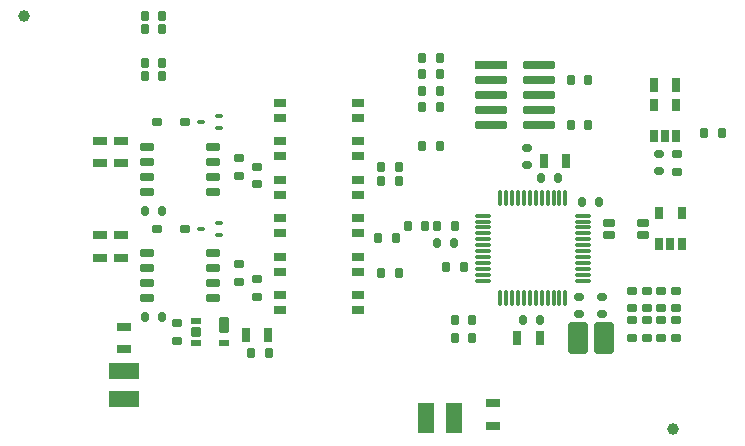
<source format=gtp>
G04*
G04 #@! TF.GenerationSoftware,Altium Limited,Altium Designer,22.3.1 (43)*
G04*
G04 Layer_Color=8421504*
%FSLAX25Y25*%
%MOIN*%
G70*
G04*
G04 #@! TF.SameCoordinates,38A5807E-C0B9-4130-B18F-62B70C513CF8*
G04*
G04*
G04 #@! TF.FilePolarity,Positive*
G04*
G01*
G75*
G04:AMPARAMS|DCode=10|XSize=31.5mil|YSize=25.59mil|CornerRadius=6.4mil|HoleSize=0mil|Usage=FLASHONLY|Rotation=180.000|XOffset=0mil|YOffset=0mil|HoleType=Round|Shape=RoundedRectangle|*
%AMROUNDEDRECTD10*
21,1,0.03150,0.01280,0,0,180.0*
21,1,0.01870,0.02559,0,0,180.0*
1,1,0.01280,-0.00935,0.00640*
1,1,0.01280,0.00935,0.00640*
1,1,0.01280,0.00935,-0.00640*
1,1,0.01280,-0.00935,-0.00640*
%
%ADD10ROUNDEDRECTD10*%
G04:AMPARAMS|DCode=11|XSize=11.81mil|YSize=51.18mil|CornerRadius=1.77mil|HoleSize=0mil|Usage=FLASHONLY|Rotation=90.000|XOffset=0mil|YOffset=0mil|HoleType=Round|Shape=RoundedRectangle|*
%AMROUNDEDRECTD11*
21,1,0.01181,0.04764,0,0,90.0*
21,1,0.00827,0.05118,0,0,90.0*
1,1,0.00354,0.02382,0.00413*
1,1,0.00354,0.02382,-0.00413*
1,1,0.00354,-0.02382,-0.00413*
1,1,0.00354,-0.02382,0.00413*
%
%ADD11ROUNDEDRECTD11*%
G04:AMPARAMS|DCode=12|XSize=11.81mil|YSize=51.18mil|CornerRadius=1.77mil|HoleSize=0mil|Usage=FLASHONLY|Rotation=0.000|XOffset=0mil|YOffset=0mil|HoleType=Round|Shape=RoundedRectangle|*
%AMROUNDEDRECTD12*
21,1,0.01181,0.04764,0,0,0.0*
21,1,0.00827,0.05118,0,0,0.0*
1,1,0.00354,0.00413,-0.02382*
1,1,0.00354,-0.00413,-0.02382*
1,1,0.00354,-0.00413,0.02382*
1,1,0.00354,0.00413,0.02382*
%
%ADD12ROUNDEDRECTD12*%
G04:AMPARAMS|DCode=13|XSize=33.47mil|YSize=23.62mil|CornerRadius=2.36mil|HoleSize=0mil|Usage=FLASHONLY|Rotation=0.000|XOffset=0mil|YOffset=0mil|HoleType=Round|Shape=RoundedRectangle|*
%AMROUNDEDRECTD13*
21,1,0.03347,0.01890,0,0,0.0*
21,1,0.02874,0.02362,0,0,0.0*
1,1,0.00472,0.01437,-0.00945*
1,1,0.00472,-0.01437,-0.00945*
1,1,0.00472,-0.01437,0.00945*
1,1,0.00472,0.01437,0.00945*
%
%ADD13ROUNDEDRECTD13*%
G04:AMPARAMS|DCode=14|XSize=27.56mil|YSize=43.31mil|CornerRadius=4.13mil|HoleSize=0mil|Usage=FLASHONLY|Rotation=270.000|XOffset=0mil|YOffset=0mil|HoleType=Round|Shape=RoundedRectangle|*
%AMROUNDEDRECTD14*
21,1,0.02756,0.03504,0,0,270.0*
21,1,0.01929,0.04331,0,0,270.0*
1,1,0.00827,-0.01752,-0.00965*
1,1,0.00827,-0.01752,0.00965*
1,1,0.00827,0.01752,0.00965*
1,1,0.00827,0.01752,-0.00965*
%
%ADD14ROUNDEDRECTD14*%
G04:AMPARAMS|DCode=15|XSize=33.47mil|YSize=23.62mil|CornerRadius=2.36mil|HoleSize=0mil|Usage=FLASHONLY|Rotation=270.000|XOffset=0mil|YOffset=0mil|HoleType=Round|Shape=RoundedRectangle|*
%AMROUNDEDRECTD15*
21,1,0.03347,0.01890,0,0,270.0*
21,1,0.02874,0.02362,0,0,270.0*
1,1,0.00472,-0.00945,-0.01437*
1,1,0.00472,-0.00945,0.01437*
1,1,0.00472,0.00945,0.01437*
1,1,0.00472,0.00945,-0.01437*
%
%ADD15ROUNDEDRECTD15*%
G04:AMPARAMS|DCode=16|XSize=106.3mil|YSize=66.93mil|CornerRadius=6.69mil|HoleSize=0mil|Usage=FLASHONLY|Rotation=270.000|XOffset=0mil|YOffset=0mil|HoleType=Round|Shape=RoundedRectangle|*
%AMROUNDEDRECTD16*
21,1,0.10630,0.05354,0,0,270.0*
21,1,0.09291,0.06693,0,0,270.0*
1,1,0.01339,-0.02677,-0.04646*
1,1,0.01339,-0.02677,0.04646*
1,1,0.01339,0.02677,0.04646*
1,1,0.01339,0.02677,-0.04646*
%
%ADD16ROUNDEDRECTD16*%
G04:AMPARAMS|DCode=17|XSize=23.62mil|YSize=31.5mil|CornerRadius=3.54mil|HoleSize=0mil|Usage=FLASHONLY|Rotation=90.000|XOffset=0mil|YOffset=0mil|HoleType=Round|Shape=RoundedRectangle|*
%AMROUNDEDRECTD17*
21,1,0.02362,0.02441,0,0,90.0*
21,1,0.01654,0.03150,0,0,90.0*
1,1,0.00709,0.01221,0.00827*
1,1,0.00709,0.01221,-0.00827*
1,1,0.00709,-0.01221,-0.00827*
1,1,0.00709,-0.01221,0.00827*
%
%ADD17ROUNDEDRECTD17*%
G04:AMPARAMS|DCode=18|XSize=23.62mil|YSize=47.24mil|CornerRadius=3.54mil|HoleSize=0mil|Usage=FLASHONLY|Rotation=270.000|XOffset=0mil|YOffset=0mil|HoleType=Round|Shape=RoundedRectangle|*
%AMROUNDEDRECTD18*
21,1,0.02362,0.04016,0,0,270.0*
21,1,0.01654,0.04724,0,0,270.0*
1,1,0.00709,-0.02008,-0.00827*
1,1,0.00709,-0.02008,0.00827*
1,1,0.00709,0.02008,0.00827*
1,1,0.00709,0.02008,-0.00827*
%
%ADD18ROUNDEDRECTD18*%
G04:AMPARAMS|DCode=19|XSize=55.12mil|YSize=35.43mil|CornerRadius=5.32mil|HoleSize=0mil|Usage=FLASHONLY|Rotation=90.000|XOffset=0mil|YOffset=0mil|HoleType=Round|Shape=RoundedRectangle|*
%AMROUNDEDRECTD19*
21,1,0.05512,0.02480,0,0,90.0*
21,1,0.04449,0.03543,0,0,90.0*
1,1,0.01063,0.01240,0.02224*
1,1,0.01063,0.01240,-0.02224*
1,1,0.01063,-0.01240,-0.02224*
1,1,0.01063,-0.01240,0.02224*
%
%ADD19ROUNDEDRECTD19*%
G04:AMPARAMS|DCode=20|XSize=19.68mil|YSize=35.43mil|CornerRadius=2.95mil|HoleSize=0mil|Usage=FLASHONLY|Rotation=90.000|XOffset=0mil|YOffset=0mil|HoleType=Round|Shape=RoundedRectangle|*
%AMROUNDEDRECTD20*
21,1,0.01968,0.02953,0,0,90.0*
21,1,0.01378,0.03543,0,0,90.0*
1,1,0.00591,0.01476,0.00689*
1,1,0.00591,0.01476,-0.00689*
1,1,0.00591,-0.01476,-0.00689*
1,1,0.00591,-0.01476,0.00689*
%
%ADD20ROUNDEDRECTD20*%
G04:AMPARAMS|DCode=21|XSize=31.5mil|YSize=35.43mil|CornerRadius=4.72mil|HoleSize=0mil|Usage=FLASHONLY|Rotation=90.000|XOffset=0mil|YOffset=0mil|HoleType=Round|Shape=RoundedRectangle|*
%AMROUNDEDRECTD21*
21,1,0.03150,0.02598,0,0,90.0*
21,1,0.02205,0.03543,0,0,90.0*
1,1,0.00945,0.01299,0.01102*
1,1,0.00945,0.01299,-0.01102*
1,1,0.00945,-0.01299,-0.01102*
1,1,0.00945,-0.01299,0.01102*
%
%ADD21ROUNDEDRECTD21*%
G04:AMPARAMS|DCode=22|XSize=49.21mil|YSize=27.56mil|CornerRadius=2.76mil|HoleSize=0mil|Usage=FLASHONLY|Rotation=270.000|XOffset=0mil|YOffset=0mil|HoleType=Round|Shape=RoundedRectangle|*
%AMROUNDEDRECTD22*
21,1,0.04921,0.02205,0,0,270.0*
21,1,0.04370,0.02756,0,0,270.0*
1,1,0.00551,-0.01102,-0.02185*
1,1,0.00551,-0.01102,0.02185*
1,1,0.00551,0.01102,0.02185*
1,1,0.00551,0.01102,-0.02185*
%
%ADD22ROUNDEDRECTD22*%
G04:AMPARAMS|DCode=23|XSize=13.78mil|YSize=23.62mil|CornerRadius=2.07mil|HoleSize=0mil|Usage=FLASHONLY|Rotation=270.000|XOffset=0mil|YOffset=0mil|HoleType=Round|Shape=RoundedRectangle|*
%AMROUNDEDRECTD23*
21,1,0.01378,0.01949,0,0,270.0*
21,1,0.00965,0.02362,0,0,270.0*
1,1,0.00413,-0.00974,-0.00482*
1,1,0.00413,-0.00974,0.00482*
1,1,0.00413,0.00974,0.00482*
1,1,0.00413,0.00974,-0.00482*
%
%ADD23ROUNDEDRECTD23*%
G04:AMPARAMS|DCode=24|XSize=49.21mil|YSize=27.56mil|CornerRadius=2.76mil|HoleSize=0mil|Usage=FLASHONLY|Rotation=0.000|XOffset=0mil|YOffset=0mil|HoleType=Round|Shape=RoundedRectangle|*
%AMROUNDEDRECTD24*
21,1,0.04921,0.02205,0,0,0.0*
21,1,0.04370,0.02756,0,0,0.0*
1,1,0.00551,0.02185,-0.01102*
1,1,0.00551,-0.02185,-0.01102*
1,1,0.00551,-0.02185,0.01102*
1,1,0.00551,0.02185,0.01102*
%
%ADD24ROUNDEDRECTD24*%
G04:AMPARAMS|DCode=25|XSize=31.5mil|YSize=25.59mil|CornerRadius=6.4mil|HoleSize=0mil|Usage=FLASHONLY|Rotation=270.000|XOffset=0mil|YOffset=0mil|HoleType=Round|Shape=RoundedRectangle|*
%AMROUNDEDRECTD25*
21,1,0.03150,0.01280,0,0,270.0*
21,1,0.01870,0.02559,0,0,270.0*
1,1,0.01280,-0.00640,-0.00935*
1,1,0.01280,-0.00640,0.00935*
1,1,0.01280,0.00640,0.00935*
1,1,0.01280,0.00640,-0.00935*
%
%ADD25ROUNDEDRECTD25*%
%ADD26R,0.00787X0.00787*%
%ADD27C,0.03937*%
G04:AMPARAMS|DCode=28|XSize=23.62mil|YSize=43.31mil|CornerRadius=2.36mil|HoleSize=0mil|Usage=FLASHONLY|Rotation=180.000|XOffset=0mil|YOffset=0mil|HoleType=Round|Shape=RoundedRectangle|*
%AMROUNDEDRECTD28*
21,1,0.02362,0.03858,0,0,180.0*
21,1,0.01890,0.04331,0,0,180.0*
1,1,0.00472,-0.00945,0.01929*
1,1,0.00472,0.00945,0.01929*
1,1,0.00472,0.00945,-0.01929*
1,1,0.00472,-0.00945,-0.01929*
%
%ADD28ROUNDEDRECTD28*%
G04:AMPARAMS|DCode=29|XSize=43.31mil|YSize=23.62mil|CornerRadius=3.54mil|HoleSize=0mil|Usage=FLASHONLY|Rotation=180.000|XOffset=0mil|YOffset=0mil|HoleType=Round|Shape=RoundedRectangle|*
%AMROUNDEDRECTD29*
21,1,0.04331,0.01654,0,0,180.0*
21,1,0.03622,0.02362,0,0,180.0*
1,1,0.00709,-0.01811,0.00827*
1,1,0.00709,0.01811,0.00827*
1,1,0.00709,0.01811,-0.00827*
1,1,0.00709,-0.01811,-0.00827*
%
%ADD29ROUNDEDRECTD29*%
G04:AMPARAMS|DCode=30|XSize=55.12mil|YSize=102.36mil|CornerRadius=8.27mil|HoleSize=0mil|Usage=FLASHONLY|Rotation=180.000|XOffset=0mil|YOffset=0mil|HoleType=Round|Shape=RoundedRectangle|*
%AMROUNDEDRECTD30*
21,1,0.05512,0.08583,0,0,180.0*
21,1,0.03858,0.10236,0,0,180.0*
1,1,0.01654,-0.01929,0.04291*
1,1,0.01654,0.01929,0.04291*
1,1,0.01654,0.01929,-0.04291*
1,1,0.01654,-0.01929,-0.04291*
%
%ADD30ROUNDEDRECTD30*%
G04:AMPARAMS|DCode=31|XSize=55.12mil|YSize=102.36mil|CornerRadius=8.27mil|HoleSize=0mil|Usage=FLASHONLY|Rotation=90.000|XOffset=0mil|YOffset=0mil|HoleType=Round|Shape=RoundedRectangle|*
%AMROUNDEDRECTD31*
21,1,0.05512,0.08583,0,0,90.0*
21,1,0.03858,0.10236,0,0,90.0*
1,1,0.01654,0.04291,0.01929*
1,1,0.01654,0.04291,-0.01929*
1,1,0.01654,-0.04291,-0.01929*
1,1,0.01654,-0.04291,0.01929*
%
%ADD31ROUNDEDRECTD31*%
%ADD32R,0.10630X0.02756*%
G04:AMPARAMS|DCode=33|XSize=27.56mil|YSize=106.3mil|CornerRadius=4.13mil|HoleSize=0mil|Usage=FLASHONLY|Rotation=270.000|XOffset=0mil|YOffset=0mil|HoleType=Round|Shape=RoundedRectangle|*
%AMROUNDEDRECTD33*
21,1,0.02756,0.09803,0,0,270.0*
21,1,0.01929,0.10630,0,0,270.0*
1,1,0.00827,-0.04902,-0.00965*
1,1,0.00827,-0.04902,0.00965*
1,1,0.00827,0.04902,0.00965*
1,1,0.00827,0.04902,-0.00965*
%
%ADD33ROUNDEDRECTD33*%
D10*
X208661Y46358D02*
D03*
Y52067D02*
D03*
X200787Y46358D02*
D03*
Y52067D02*
D03*
X183496Y95957D02*
D03*
Y101665D02*
D03*
X227496Y93957D02*
D03*
Y99665D02*
D03*
D11*
X168764Y79138D02*
D03*
Y77169D02*
D03*
Y75201D02*
D03*
Y73232D02*
D03*
Y71264D02*
D03*
Y69295D02*
D03*
Y67327D02*
D03*
Y65358D02*
D03*
Y63390D02*
D03*
Y61421D02*
D03*
Y59453D02*
D03*
Y57484D02*
D03*
X202228D02*
D03*
Y59453D02*
D03*
Y61421D02*
D03*
Y63390D02*
D03*
Y65358D02*
D03*
Y67327D02*
D03*
Y69295D02*
D03*
Y71264D02*
D03*
Y73232D02*
D03*
Y75201D02*
D03*
Y77169D02*
D03*
Y79138D02*
D03*
D12*
X174669Y51579D02*
D03*
X176638D02*
D03*
X178606D02*
D03*
X180575D02*
D03*
X182543D02*
D03*
X184512D02*
D03*
X186480D02*
D03*
X188449D02*
D03*
X190417D02*
D03*
X192386D02*
D03*
X194354D02*
D03*
X196323D02*
D03*
Y85043D02*
D03*
X194354D02*
D03*
X192386D02*
D03*
X190417D02*
D03*
X188449D02*
D03*
X186480D02*
D03*
X184512D02*
D03*
X182543D02*
D03*
X180575D02*
D03*
X178606D02*
D03*
X176638D02*
D03*
X174669D02*
D03*
D13*
X87598Y62992D02*
D03*
Y57087D02*
D03*
X93504Y52165D02*
D03*
Y58071D02*
D03*
Y95473D02*
D03*
Y89567D02*
D03*
X66929Y43307D02*
D03*
Y37402D02*
D03*
X87598Y92520D02*
D03*
Y98425D02*
D03*
X218504Y44291D02*
D03*
Y38386D02*
D03*
X223425D02*
D03*
Y44291D02*
D03*
X228346D02*
D03*
Y38386D02*
D03*
X233268D02*
D03*
Y44291D02*
D03*
Y54134D02*
D03*
Y48228D02*
D03*
X228346Y54134D02*
D03*
Y48228D02*
D03*
X223425Y54134D02*
D03*
Y48228D02*
D03*
X218504Y54134D02*
D03*
Y48228D02*
D03*
X233496Y99764D02*
D03*
Y93858D02*
D03*
D14*
X127165Y60492D02*
D03*
Y65492D02*
D03*
X101181Y60492D02*
D03*
Y65492D02*
D03*
Y52697D02*
D03*
Y47697D02*
D03*
X127165Y52697D02*
D03*
Y47697D02*
D03*
Y73287D02*
D03*
Y78287D02*
D03*
X101181Y73287D02*
D03*
Y78287D02*
D03*
X127165Y98878D02*
D03*
Y103878D02*
D03*
X101181Y98878D02*
D03*
Y103878D02*
D03*
Y116673D02*
D03*
Y111673D02*
D03*
X127165Y116673D02*
D03*
Y111673D02*
D03*
Y86083D02*
D03*
Y91083D02*
D03*
X101181Y86083D02*
D03*
Y91083D02*
D03*
D15*
X140748Y60039D02*
D03*
X134843D02*
D03*
X162402Y62008D02*
D03*
X156496D02*
D03*
X140748Y95472D02*
D03*
X134843D02*
D03*
X140748Y90551D02*
D03*
X134843D02*
D03*
X242543Y106811D02*
D03*
X248449D02*
D03*
X203949Y109311D02*
D03*
X198043D02*
D03*
X203949Y124311D02*
D03*
X198043D02*
D03*
X97441Y33465D02*
D03*
X91535D02*
D03*
X139764Y71850D02*
D03*
X133858D02*
D03*
X154528Y102362D02*
D03*
X148622D02*
D03*
X143701Y75787D02*
D03*
X149606D02*
D03*
X154449Y131811D02*
D03*
X148543D02*
D03*
Y126311D02*
D03*
X154449D02*
D03*
Y120811D02*
D03*
X148543D02*
D03*
Y115311D02*
D03*
X154449D02*
D03*
X159449Y38386D02*
D03*
X165354D02*
D03*
Y44291D02*
D03*
X159449D02*
D03*
X62008Y125591D02*
D03*
X56102D02*
D03*
X62008Y129921D02*
D03*
X56102D02*
D03*
X62008Y141339D02*
D03*
X56102D02*
D03*
X62008Y145669D02*
D03*
X56102D02*
D03*
X159449Y75787D02*
D03*
X153543D02*
D03*
D16*
X200394Y38386D02*
D03*
X209055D02*
D03*
D17*
X69685Y74803D02*
D03*
X60236D02*
D03*
X69685Y110236D02*
D03*
X60236D02*
D03*
D18*
X78937Y86988D02*
D03*
Y91988D02*
D03*
Y96988D02*
D03*
Y101988D02*
D03*
X56890Y86988D02*
D03*
Y91988D02*
D03*
Y96988D02*
D03*
Y101988D02*
D03*
X56890Y66555D02*
D03*
Y61555D02*
D03*
Y56555D02*
D03*
Y51555D02*
D03*
X78937Y66555D02*
D03*
Y61555D02*
D03*
Y56555D02*
D03*
Y51555D02*
D03*
D19*
X82480Y42717D02*
D03*
D20*
Y36614D02*
D03*
X73032D02*
D03*
Y44094D02*
D03*
D21*
Y40354D02*
D03*
D22*
X89764Y39370D02*
D03*
X97244D02*
D03*
X189173Y97441D02*
D03*
X196653D02*
D03*
X180315Y38386D02*
D03*
X187795D02*
D03*
X233236Y122811D02*
D03*
X225756D02*
D03*
D23*
X74803Y110236D02*
D03*
X80709Y112205D02*
D03*
Y108268D02*
D03*
X74803Y74803D02*
D03*
X80709Y76772D02*
D03*
Y72835D02*
D03*
D24*
X41339Y104134D02*
D03*
Y96653D02*
D03*
X49213Y34646D02*
D03*
Y42126D02*
D03*
X172244Y16535D02*
D03*
Y9055D02*
D03*
X41339Y65158D02*
D03*
Y72638D02*
D03*
X48228Y104134D02*
D03*
Y96653D02*
D03*
Y72638D02*
D03*
Y65158D02*
D03*
D25*
X187894Y44291D02*
D03*
X182185D02*
D03*
X193799Y91535D02*
D03*
X188091D02*
D03*
X153642Y69882D02*
D03*
X159350D02*
D03*
X56201Y80709D02*
D03*
X61909D02*
D03*
X56201Y45276D02*
D03*
X61910D02*
D03*
X207579Y83661D02*
D03*
X201870D02*
D03*
D26*
X15748Y145669D02*
D03*
X232283Y7874D02*
D03*
D27*
X15748Y145669D02*
D03*
X232283Y7874D02*
D03*
D28*
X227559Y79921D02*
D03*
X235039D02*
D03*
Y69685D02*
D03*
X231299D02*
D03*
X227559D02*
D03*
X225756Y105693D02*
D03*
X229496D02*
D03*
X233236D02*
D03*
Y115929D02*
D03*
X225756D02*
D03*
D29*
X211024Y76772D02*
D03*
X222047D02*
D03*
Y72835D02*
D03*
X211024D02*
D03*
D30*
X159252Y11811D02*
D03*
X149803D02*
D03*
D31*
X49213Y17913D02*
D03*
Y27362D02*
D03*
D32*
X171622Y129271D02*
D03*
D33*
X187370D02*
D03*
X171622Y124271D02*
D03*
X187370D02*
D03*
X171622Y119271D02*
D03*
Y114271D02*
D03*
Y109271D02*
D03*
X187370Y119271D02*
D03*
Y114271D02*
D03*
Y109271D02*
D03*
M02*

</source>
